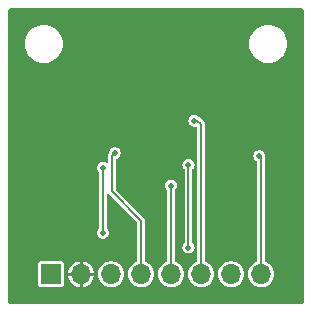
<source format=gbr>
%TF.GenerationSoftware,KiCad,Pcbnew,7.0.1*%
%TF.CreationDate,2023-04-15T14:41:49-07:00*%
%TF.ProjectId,SPI Flash Carrier,53504920-466c-4617-9368-204361727269,rev?*%
%TF.SameCoordinates,Original*%
%TF.FileFunction,Copper,L2,Bot*%
%TF.FilePolarity,Positive*%
%FSLAX46Y46*%
G04 Gerber Fmt 4.6, Leading zero omitted, Abs format (unit mm)*
G04 Created by KiCad (PCBNEW 7.0.1) date 2023-04-15 14:41:49*
%MOMM*%
%LPD*%
G01*
G04 APERTURE LIST*
%TA.AperFunction,ComponentPad*%
%ADD10R,1.700000X1.700000*%
%TD*%
%TA.AperFunction,ComponentPad*%
%ADD11O,1.700000X1.700000*%
%TD*%
%TA.AperFunction,ViaPad*%
%ADD12C,0.800000*%
%TD*%
%TA.AperFunction,ViaPad*%
%ADD13C,0.508000*%
%TD*%
%TA.AperFunction,Conductor*%
%ADD14C,0.160000*%
%TD*%
G04 APERTURE END LIST*
D10*
%TO.P,J1,1,Pin_1*%
%TO.N,+3.3V*%
X53625000Y-72500000D03*
D11*
%TO.P,J1,2,Pin_2*%
%TO.N,GND*%
X56165000Y-72500000D03*
%TO.P,J1,3,Pin_3*%
%TO.N,/SCK*%
X58705000Y-72500000D03*
%TO.P,J1,4,Pin_4*%
%TO.N,/MISO*%
X61245000Y-72500000D03*
%TO.P,J1,5,Pin_5*%
%TO.N,/MOSI*%
X63785000Y-72500000D03*
%TO.P,J1,6,Pin_6*%
%TO.N,/CS*%
X66325000Y-72500000D03*
%TO.P,J1,7,Pin_7*%
%TO.N,/WP*%
X68865000Y-72500000D03*
%TO.P,J1,8,Pin_8*%
%TO.N,/RESET*%
X71405000Y-72500000D03*
%TD*%
D12*
%TO.N,GND*%
X61700000Y-60400000D03*
X60000000Y-55500000D03*
X59600000Y-63800000D03*
D13*
%TO.N,/SCK*%
X65250000Y-70250000D03*
X65250000Y-63250000D03*
%TO.N,/MISO*%
X59000000Y-62250000D03*
%TO.N,/MOSI*%
X63750000Y-65000000D03*
%TO.N,/CS*%
X65750000Y-59500000D03*
%TO.N,/WP*%
X58000000Y-63500000D03*
X58000000Y-69000000D03*
%TO.N,/RESET*%
X71250000Y-62500000D03*
%TD*%
D14*
%TO.N,/SCK*%
X65250000Y-63250000D02*
X65250000Y-70250000D01*
%TO.N,/MISO*%
X59000000Y-62250000D02*
X58750000Y-62500000D01*
X61245000Y-67995000D02*
X61245000Y-72500000D01*
X58750000Y-65500000D02*
X61245000Y-67995000D01*
X58750000Y-62500000D02*
X58750000Y-65500000D01*
%TO.N,/MOSI*%
X63785000Y-65035000D02*
X63750000Y-65000000D01*
X63785000Y-72500000D02*
X63785000Y-65035000D01*
%TO.N,/CS*%
X66000000Y-59500000D02*
X65750000Y-59500000D01*
X66325000Y-72500000D02*
X66325000Y-59825000D01*
X66325000Y-59825000D02*
X66000000Y-59500000D01*
%TO.N,/WP*%
X58000000Y-63500000D02*
X58000000Y-69000000D01*
%TO.N,/RESET*%
X71405000Y-72500000D02*
X71405000Y-62655000D01*
X71405000Y-62655000D02*
X71250000Y-62500000D01*
%TD*%
%TA.AperFunction,Conductor*%
%TO.N,GND*%
G36*
X74950000Y-50013763D02*
G01*
X74986237Y-50050000D01*
X74999500Y-50099500D01*
X74999500Y-74900500D01*
X74986237Y-74950000D01*
X74950000Y-74986237D01*
X74900500Y-74999500D01*
X50099500Y-74999500D01*
X50050000Y-74986237D01*
X50013763Y-74950000D01*
X50000500Y-74900500D01*
X50000500Y-73374674D01*
X52524500Y-73374674D01*
X52539034Y-73447740D01*
X52594399Y-73530601D01*
X52677260Y-73585966D01*
X52750326Y-73600500D01*
X54499673Y-73600500D01*
X54499674Y-73600500D01*
X54572740Y-73585966D01*
X54655601Y-73530601D01*
X54710966Y-73447740D01*
X54725500Y-73374674D01*
X54725500Y-72625000D01*
X55071871Y-72625000D01*
X55079097Y-72702989D01*
X55134887Y-72899070D01*
X55225752Y-73081553D01*
X55348608Y-73244240D01*
X55499263Y-73381581D01*
X55672584Y-73488897D01*
X55862684Y-73562542D01*
X56039999Y-73595687D01*
X56040000Y-73595687D01*
X56290000Y-73595687D01*
X56467315Y-73562542D01*
X56657415Y-73488897D01*
X56830736Y-73381581D01*
X56981391Y-73244240D01*
X57104247Y-73081553D01*
X57195112Y-72899070D01*
X57250902Y-72702989D01*
X57258129Y-72625000D01*
X56290001Y-72625000D01*
X56290000Y-72625001D01*
X56290000Y-73595687D01*
X56040000Y-73595687D01*
X56040000Y-72625001D01*
X56039999Y-72625000D01*
X55071871Y-72625000D01*
X54725500Y-72625000D01*
X54725500Y-72499999D01*
X57599785Y-72499999D01*
X57618603Y-72703082D01*
X57674419Y-72899252D01*
X57765325Y-73081818D01*
X57765326Y-73081819D01*
X57765327Y-73081821D01*
X57888236Y-73244579D01*
X58038959Y-73381981D01*
X58212363Y-73489348D01*
X58362254Y-73547415D01*
X58402546Y-73563025D01*
X58603022Y-73600500D01*
X58603024Y-73600500D01*
X58806976Y-73600500D01*
X58806978Y-73600500D01*
X59007453Y-73563025D01*
X59008700Y-73562542D01*
X59197637Y-73489348D01*
X59371041Y-73381981D01*
X59521764Y-73244579D01*
X59644673Y-73081821D01*
X59735582Y-72899250D01*
X59791397Y-72703083D01*
X59810215Y-72500000D01*
X59791397Y-72296917D01*
X59735582Y-72100750D01*
X59644673Y-71918179D01*
X59521764Y-71755421D01*
X59371041Y-71618019D01*
X59371038Y-71618017D01*
X59197639Y-71510653D01*
X59197637Y-71510652D01*
X59157347Y-71495043D01*
X59007453Y-71436974D01*
X58806978Y-71399500D01*
X58806976Y-71399500D01*
X58603024Y-71399500D01*
X58603022Y-71399500D01*
X58402546Y-71436974D01*
X58212360Y-71510653D01*
X58038961Y-71618017D01*
X57888237Y-71755420D01*
X57765325Y-71918181D01*
X57674419Y-72100747D01*
X57618603Y-72296917D01*
X57599785Y-72499999D01*
X54725500Y-72499999D01*
X54725500Y-72375000D01*
X55071871Y-72375000D01*
X56039999Y-72375000D01*
X56040000Y-72374999D01*
X56040000Y-71404313D01*
X56039999Y-71404312D01*
X56290000Y-71404312D01*
X56290000Y-72374999D01*
X56290001Y-72375000D01*
X57258129Y-72375000D01*
X57250902Y-72297010D01*
X57195112Y-72100929D01*
X57104247Y-71918446D01*
X56981391Y-71755759D01*
X56830736Y-71618418D01*
X56657415Y-71511102D01*
X56467315Y-71437457D01*
X56290000Y-71404312D01*
X56039999Y-71404312D01*
X55862684Y-71437457D01*
X55672584Y-71511102D01*
X55499263Y-71618418D01*
X55348608Y-71755759D01*
X55225752Y-71918446D01*
X55134887Y-72100929D01*
X55079097Y-72297010D01*
X55071871Y-72375000D01*
X54725500Y-72375000D01*
X54725500Y-71625326D01*
X54710966Y-71552260D01*
X54655601Y-71469399D01*
X54572740Y-71414034D01*
X54499674Y-71399500D01*
X52750326Y-71399500D01*
X52726135Y-71404312D01*
X52677259Y-71414034D01*
X52594399Y-71469399D01*
X52539034Y-71552259D01*
X52539033Y-71552260D01*
X52539034Y-71552260D01*
X52524500Y-71625326D01*
X52524500Y-73374674D01*
X50000500Y-73374674D01*
X50000500Y-69000000D01*
X57490311Y-69000000D01*
X57510956Y-69143593D01*
X57571222Y-69275557D01*
X57571223Y-69275558D01*
X57666225Y-69385196D01*
X57788268Y-69463629D01*
X57927464Y-69504500D01*
X58072536Y-69504500D01*
X58211732Y-69463629D01*
X58333775Y-69385196D01*
X58428777Y-69275558D01*
X58489042Y-69143596D01*
X58489042Y-69143594D01*
X58489043Y-69143593D01*
X58509688Y-69000000D01*
X58489043Y-68856406D01*
X58428776Y-68724439D01*
X58354681Y-68638930D01*
X58336742Y-68608696D01*
X58330500Y-68574099D01*
X58330500Y-65791740D01*
X58346004Y-65738547D01*
X58387661Y-65702015D01*
X58442423Y-65693587D01*
X58493135Y-65715901D01*
X58519442Y-65737975D01*
X58523184Y-65741115D01*
X58529551Y-65746949D01*
X60885504Y-68102902D01*
X60906964Y-68135020D01*
X60914500Y-68172906D01*
X60914500Y-71380023D01*
X60897175Y-71435971D01*
X60851263Y-71472338D01*
X60752360Y-71510653D01*
X60578961Y-71618017D01*
X60428237Y-71755420D01*
X60305325Y-71918181D01*
X60214419Y-72100747D01*
X60158603Y-72296917D01*
X60139785Y-72499999D01*
X60158603Y-72703082D01*
X60214419Y-72899252D01*
X60305325Y-73081818D01*
X60305326Y-73081819D01*
X60305327Y-73081821D01*
X60428236Y-73244579D01*
X60578959Y-73381981D01*
X60752363Y-73489348D01*
X60902254Y-73547415D01*
X60942546Y-73563025D01*
X61143022Y-73600500D01*
X61143024Y-73600500D01*
X61346976Y-73600500D01*
X61346978Y-73600500D01*
X61547453Y-73563025D01*
X61548700Y-73562542D01*
X61737637Y-73489348D01*
X61911041Y-73381981D01*
X62061764Y-73244579D01*
X62184673Y-73081821D01*
X62275582Y-72899250D01*
X62331397Y-72703083D01*
X62350215Y-72500000D01*
X62350215Y-72499999D01*
X62679785Y-72499999D01*
X62698603Y-72703082D01*
X62754419Y-72899252D01*
X62845325Y-73081818D01*
X62845326Y-73081819D01*
X62845327Y-73081821D01*
X62968236Y-73244579D01*
X63118959Y-73381981D01*
X63292363Y-73489348D01*
X63442254Y-73547415D01*
X63482546Y-73563025D01*
X63683022Y-73600500D01*
X63683024Y-73600500D01*
X63886976Y-73600500D01*
X63886978Y-73600500D01*
X64087453Y-73563025D01*
X64088700Y-73562542D01*
X64277637Y-73489348D01*
X64451041Y-73381981D01*
X64601764Y-73244579D01*
X64724673Y-73081821D01*
X64815582Y-72899250D01*
X64871397Y-72703083D01*
X64890215Y-72500000D01*
X64890215Y-72499999D01*
X65219785Y-72499999D01*
X65238603Y-72703082D01*
X65294419Y-72899252D01*
X65385325Y-73081818D01*
X65385326Y-73081819D01*
X65385327Y-73081821D01*
X65508236Y-73244579D01*
X65658959Y-73381981D01*
X65832363Y-73489348D01*
X65982254Y-73547415D01*
X66022546Y-73563025D01*
X66223022Y-73600500D01*
X66223024Y-73600500D01*
X66426976Y-73600500D01*
X66426978Y-73600500D01*
X66627453Y-73563025D01*
X66628700Y-73562542D01*
X66817637Y-73489348D01*
X66991041Y-73381981D01*
X67141764Y-73244579D01*
X67264673Y-73081821D01*
X67355582Y-72899250D01*
X67411397Y-72703083D01*
X67430215Y-72500000D01*
X67430215Y-72499999D01*
X67759785Y-72499999D01*
X67778603Y-72703082D01*
X67834419Y-72899252D01*
X67925325Y-73081818D01*
X67925326Y-73081819D01*
X67925327Y-73081821D01*
X68048236Y-73244579D01*
X68198959Y-73381981D01*
X68372363Y-73489348D01*
X68522254Y-73547415D01*
X68562546Y-73563025D01*
X68763022Y-73600500D01*
X68763024Y-73600500D01*
X68966976Y-73600500D01*
X68966978Y-73600500D01*
X69167453Y-73563025D01*
X69168700Y-73562542D01*
X69357637Y-73489348D01*
X69531041Y-73381981D01*
X69681764Y-73244579D01*
X69804673Y-73081821D01*
X69895582Y-72899250D01*
X69951397Y-72703083D01*
X69970215Y-72500000D01*
X69970215Y-72499999D01*
X70299785Y-72499999D01*
X70318603Y-72703082D01*
X70374419Y-72899252D01*
X70465325Y-73081818D01*
X70465326Y-73081819D01*
X70465327Y-73081821D01*
X70588236Y-73244579D01*
X70738959Y-73381981D01*
X70912363Y-73489348D01*
X71062254Y-73547415D01*
X71102546Y-73563025D01*
X71303022Y-73600500D01*
X71303024Y-73600500D01*
X71506976Y-73600500D01*
X71506978Y-73600500D01*
X71707453Y-73563025D01*
X71708700Y-73562542D01*
X71897637Y-73489348D01*
X72071041Y-73381981D01*
X72221764Y-73244579D01*
X72344673Y-73081821D01*
X72435582Y-72899250D01*
X72491397Y-72703083D01*
X72510215Y-72500000D01*
X72491397Y-72296917D01*
X72435582Y-72100750D01*
X72344673Y-71918179D01*
X72221764Y-71755421D01*
X72071041Y-71618019D01*
X72071038Y-71618017D01*
X71897639Y-71510653D01*
X71897637Y-71510652D01*
X71798737Y-71472338D01*
X71752825Y-71435971D01*
X71735500Y-71380023D01*
X71735500Y-62673737D01*
X71735874Y-62665142D01*
X71735967Y-62664076D01*
X71737627Y-62657784D01*
X71737015Y-62657696D01*
X71759688Y-62499999D01*
X71739043Y-62356406D01*
X71678777Y-62224442D01*
X71583775Y-62114804D01*
X71505341Y-62064397D01*
X71461731Y-62036370D01*
X71322536Y-61995500D01*
X71177464Y-61995500D01*
X71038268Y-62036370D01*
X70916225Y-62114804D01*
X70821222Y-62224442D01*
X70760956Y-62356406D01*
X70740311Y-62500000D01*
X70760956Y-62643593D01*
X70821222Y-62775557D01*
X70833904Y-62790192D01*
X70916225Y-62885196D01*
X71029024Y-62957688D01*
X71062390Y-62993527D01*
X71074500Y-63040972D01*
X71074500Y-71380023D01*
X71057175Y-71435971D01*
X71011263Y-71472338D01*
X70912360Y-71510653D01*
X70738961Y-71618017D01*
X70588237Y-71755420D01*
X70465325Y-71918181D01*
X70374419Y-72100747D01*
X70318603Y-72296917D01*
X70299785Y-72499999D01*
X69970215Y-72499999D01*
X69951397Y-72296917D01*
X69895582Y-72100750D01*
X69804673Y-71918179D01*
X69681764Y-71755421D01*
X69531041Y-71618019D01*
X69531038Y-71618017D01*
X69357639Y-71510653D01*
X69357637Y-71510652D01*
X69317347Y-71495043D01*
X69167453Y-71436974D01*
X68966978Y-71399500D01*
X68966976Y-71399500D01*
X68763024Y-71399500D01*
X68763022Y-71399500D01*
X68562546Y-71436974D01*
X68372360Y-71510653D01*
X68198961Y-71618017D01*
X68048237Y-71755420D01*
X67925325Y-71918181D01*
X67834419Y-72100747D01*
X67778603Y-72296917D01*
X67759785Y-72499999D01*
X67430215Y-72499999D01*
X67411397Y-72296917D01*
X67355582Y-72100750D01*
X67264673Y-71918179D01*
X67141764Y-71755421D01*
X66991041Y-71618019D01*
X66991038Y-71618017D01*
X66817639Y-71510653D01*
X66817637Y-71510652D01*
X66718737Y-71472338D01*
X66672825Y-71435971D01*
X66655500Y-71380023D01*
X66655500Y-59843741D01*
X66655877Y-59835111D01*
X66659321Y-59795749D01*
X66649092Y-59757577D01*
X66647222Y-59749142D01*
X66640359Y-59710218D01*
X66639494Y-59708720D01*
X66629602Y-59684838D01*
X66629155Y-59683170D01*
X66606484Y-59650793D01*
X66601842Y-59643506D01*
X66582085Y-59609284D01*
X66582083Y-59609282D01*
X66551797Y-59583869D01*
X66545441Y-59578044D01*
X66246954Y-59279556D01*
X66241120Y-59273189D01*
X66215718Y-59242917D01*
X66188245Y-59227055D01*
X66162927Y-59206150D01*
X66083776Y-59114804D01*
X65961731Y-59036370D01*
X65822536Y-58995500D01*
X65677464Y-58995500D01*
X65538268Y-59036370D01*
X65416225Y-59114804D01*
X65321222Y-59224442D01*
X65260956Y-59356406D01*
X65240311Y-59500000D01*
X65260956Y-59643593D01*
X65321222Y-59775557D01*
X65321223Y-59775558D01*
X65416225Y-59885196D01*
X65538268Y-59963629D01*
X65677464Y-60004500D01*
X65822535Y-60004500D01*
X65822536Y-60004500D01*
X65867610Y-59991265D01*
X65927879Y-59992700D01*
X65976143Y-60028829D01*
X65994500Y-60086255D01*
X65994500Y-71380023D01*
X65977175Y-71435971D01*
X65931263Y-71472338D01*
X65832360Y-71510653D01*
X65658961Y-71618017D01*
X65508237Y-71755420D01*
X65385325Y-71918181D01*
X65294419Y-72100747D01*
X65238603Y-72296917D01*
X65219785Y-72499999D01*
X64890215Y-72499999D01*
X64871397Y-72296917D01*
X64815582Y-72100750D01*
X64724673Y-71918179D01*
X64601764Y-71755421D01*
X64451041Y-71618019D01*
X64451038Y-71618017D01*
X64277639Y-71510653D01*
X64277637Y-71510652D01*
X64178737Y-71472338D01*
X64132825Y-71435971D01*
X64115500Y-71380023D01*
X64115500Y-70250000D01*
X64740311Y-70250000D01*
X64760956Y-70393593D01*
X64821222Y-70525557D01*
X64821223Y-70525558D01*
X64916225Y-70635196D01*
X65038268Y-70713629D01*
X65177464Y-70754500D01*
X65322536Y-70754500D01*
X65461732Y-70713629D01*
X65583775Y-70635196D01*
X65678777Y-70525558D01*
X65739042Y-70393596D01*
X65739042Y-70393594D01*
X65739043Y-70393593D01*
X65759688Y-70249999D01*
X65739043Y-70106406D01*
X65678776Y-69974439D01*
X65604681Y-69888930D01*
X65586742Y-69858696D01*
X65580500Y-69824099D01*
X65580500Y-63675901D01*
X65586742Y-63641304D01*
X65604681Y-63611070D01*
X65678776Y-63525560D01*
X65739043Y-63393593D01*
X65759688Y-63249999D01*
X65739043Y-63106406D01*
X65678777Y-62974442D01*
X65669407Y-62963629D01*
X65583775Y-62864804D01*
X65505341Y-62814397D01*
X65461731Y-62786370D01*
X65322536Y-62745500D01*
X65177464Y-62745500D01*
X65038268Y-62786370D01*
X64916225Y-62864804D01*
X64821222Y-62974442D01*
X64760956Y-63106406D01*
X64740311Y-63250000D01*
X64760956Y-63393593D01*
X64821223Y-63525560D01*
X64895319Y-63611070D01*
X64913258Y-63641304D01*
X64919500Y-63675901D01*
X64919500Y-69824099D01*
X64913258Y-69858696D01*
X64895319Y-69888930D01*
X64821223Y-69974439D01*
X64760956Y-70106406D01*
X64740311Y-70250000D01*
X64115500Y-70250000D01*
X64115500Y-65385508D01*
X64121742Y-65350911D01*
X64139681Y-65320677D01*
X64144813Y-65314753D01*
X64178777Y-65275558D01*
X64239042Y-65143596D01*
X64259688Y-65000000D01*
X64239043Y-64856406D01*
X64178777Y-64724442D01*
X64083775Y-64614804D01*
X64005340Y-64564397D01*
X63961731Y-64536370D01*
X63822536Y-64495500D01*
X63677464Y-64495500D01*
X63538268Y-64536370D01*
X63416225Y-64614804D01*
X63321222Y-64724442D01*
X63260956Y-64856406D01*
X63240311Y-65000000D01*
X63260956Y-65143593D01*
X63321223Y-65275560D01*
X63425546Y-65395954D01*
X63424329Y-65397008D01*
X63442389Y-65416404D01*
X63454500Y-65463852D01*
X63454500Y-71380023D01*
X63437175Y-71435971D01*
X63391263Y-71472338D01*
X63292360Y-71510653D01*
X63118961Y-71618017D01*
X62968237Y-71755420D01*
X62845325Y-71918181D01*
X62754419Y-72100747D01*
X62698603Y-72296917D01*
X62679785Y-72499999D01*
X62350215Y-72499999D01*
X62331397Y-72296917D01*
X62275582Y-72100750D01*
X62184673Y-71918179D01*
X62061764Y-71755421D01*
X61911041Y-71618019D01*
X61911038Y-71618017D01*
X61737639Y-71510653D01*
X61737637Y-71510652D01*
X61638737Y-71472338D01*
X61592825Y-71435971D01*
X61575500Y-71380023D01*
X61575500Y-68013745D01*
X61575877Y-68005116D01*
X61579321Y-67965752D01*
X61579321Y-67965751D01*
X61569085Y-67927554D01*
X61567221Y-67919140D01*
X61560359Y-67880218D01*
X61559494Y-67878720D01*
X61549602Y-67854838D01*
X61549155Y-67853170D01*
X61526484Y-67820793D01*
X61521842Y-67813506D01*
X61502083Y-67779282D01*
X61471821Y-67753889D01*
X61465453Y-67748055D01*
X59109496Y-65392098D01*
X59088036Y-65359980D01*
X59080500Y-65322094D01*
X59080500Y-62826273D01*
X59089446Y-62785147D01*
X59114669Y-62751454D01*
X59151609Y-62731283D01*
X59185613Y-62721298D01*
X59211732Y-62713629D01*
X59333775Y-62635196D01*
X59428777Y-62525558D01*
X59489042Y-62393596D01*
X59489042Y-62393594D01*
X59489043Y-62393593D01*
X59509688Y-62249999D01*
X59489043Y-62106406D01*
X59428777Y-61974442D01*
X59333775Y-61864804D01*
X59255341Y-61814397D01*
X59211731Y-61786370D01*
X59072536Y-61745500D01*
X58927464Y-61745500D01*
X58788268Y-61786370D01*
X58666225Y-61864804D01*
X58571222Y-61974442D01*
X58510956Y-62106406D01*
X58489738Y-62253983D01*
X58489118Y-62279971D01*
X58477646Y-62310729D01*
X58473158Y-62318503D01*
X58468518Y-62325788D01*
X58445844Y-62358171D01*
X58445394Y-62359851D01*
X58435509Y-62383715D01*
X58434640Y-62385218D01*
X58427777Y-62424143D01*
X58425908Y-62432573D01*
X58415678Y-62470750D01*
X58419123Y-62510113D01*
X58419500Y-62518743D01*
X58419500Y-62988591D01*
X58405641Y-63039108D01*
X58367945Y-63075481D01*
X58316966Y-63087528D01*
X58266977Y-63071875D01*
X58234539Y-63051028D01*
X58211731Y-63036370D01*
X58072536Y-62995500D01*
X57927464Y-62995500D01*
X57788268Y-63036370D01*
X57666225Y-63114804D01*
X57571222Y-63224442D01*
X57510956Y-63356406D01*
X57490311Y-63500000D01*
X57510956Y-63643593D01*
X57571223Y-63775560D01*
X57645319Y-63861070D01*
X57663258Y-63891304D01*
X57669500Y-63925901D01*
X57669500Y-68574099D01*
X57663258Y-68608696D01*
X57645319Y-68638930D01*
X57571223Y-68724439D01*
X57510956Y-68856406D01*
X57490311Y-69000000D01*
X50000500Y-69000000D01*
X50000500Y-52999999D01*
X51394551Y-52999999D01*
X51414316Y-53251146D01*
X51473127Y-53496112D01*
X51569535Y-53728862D01*
X51701163Y-53943658D01*
X51864775Y-54135224D01*
X52056341Y-54298836D01*
X52271137Y-54430464D01*
X52271139Y-54430464D01*
X52271141Y-54430466D01*
X52503889Y-54526873D01*
X52748852Y-54585683D01*
X52937118Y-54600500D01*
X53062880Y-54600500D01*
X53062882Y-54600500D01*
X53251148Y-54585683D01*
X53496111Y-54526873D01*
X53728859Y-54430466D01*
X53943659Y-54298836D01*
X54135224Y-54135224D01*
X54298836Y-53943659D01*
X54430466Y-53728859D01*
X54526873Y-53496111D01*
X54585683Y-53251148D01*
X54605449Y-53000000D01*
X54605449Y-52999999D01*
X70394551Y-52999999D01*
X70414316Y-53251146D01*
X70473127Y-53496112D01*
X70569535Y-53728862D01*
X70701163Y-53943658D01*
X70864775Y-54135224D01*
X71056341Y-54298836D01*
X71271137Y-54430464D01*
X71271139Y-54430464D01*
X71271141Y-54430466D01*
X71503889Y-54526873D01*
X71748852Y-54585683D01*
X71937118Y-54600500D01*
X72062880Y-54600500D01*
X72062882Y-54600500D01*
X72251148Y-54585683D01*
X72496111Y-54526873D01*
X72728859Y-54430466D01*
X72943659Y-54298836D01*
X73135224Y-54135224D01*
X73298836Y-53943659D01*
X73430466Y-53728859D01*
X73526873Y-53496111D01*
X73585683Y-53251148D01*
X73605449Y-53000000D01*
X73585683Y-52748852D01*
X73526873Y-52503889D01*
X73430466Y-52271141D01*
X73298836Y-52056341D01*
X73298835Y-52056340D01*
X73135224Y-51864775D01*
X72943658Y-51701163D01*
X72728862Y-51569535D01*
X72496112Y-51473127D01*
X72251146Y-51414316D01*
X72092514Y-51401832D01*
X72062882Y-51399500D01*
X71937118Y-51399500D01*
X71909647Y-51401661D01*
X71748853Y-51414316D01*
X71503887Y-51473127D01*
X71271137Y-51569535D01*
X71056341Y-51701163D01*
X70864775Y-51864775D01*
X70701163Y-52056341D01*
X70569535Y-52271137D01*
X70473127Y-52503887D01*
X70414316Y-52748853D01*
X70394551Y-52999999D01*
X54605449Y-52999999D01*
X54585683Y-52748852D01*
X54526873Y-52503889D01*
X54430466Y-52271141D01*
X54298836Y-52056341D01*
X54298835Y-52056340D01*
X54135224Y-51864775D01*
X53943658Y-51701163D01*
X53728862Y-51569535D01*
X53496112Y-51473127D01*
X53251146Y-51414316D01*
X53092514Y-51401832D01*
X53062882Y-51399500D01*
X52937118Y-51399500D01*
X52909647Y-51401661D01*
X52748853Y-51414316D01*
X52503887Y-51473127D01*
X52271137Y-51569535D01*
X52056341Y-51701163D01*
X51864775Y-51864775D01*
X51701163Y-52056341D01*
X51569535Y-52271137D01*
X51473127Y-52503887D01*
X51414316Y-52748853D01*
X51394551Y-52999999D01*
X50000500Y-52999999D01*
X50000500Y-50099500D01*
X50013763Y-50050000D01*
X50050000Y-50013763D01*
X50099500Y-50000500D01*
X74900500Y-50000500D01*
X74950000Y-50013763D01*
G37*
%TD.AperFunction*%
%TD*%
M02*

</source>
